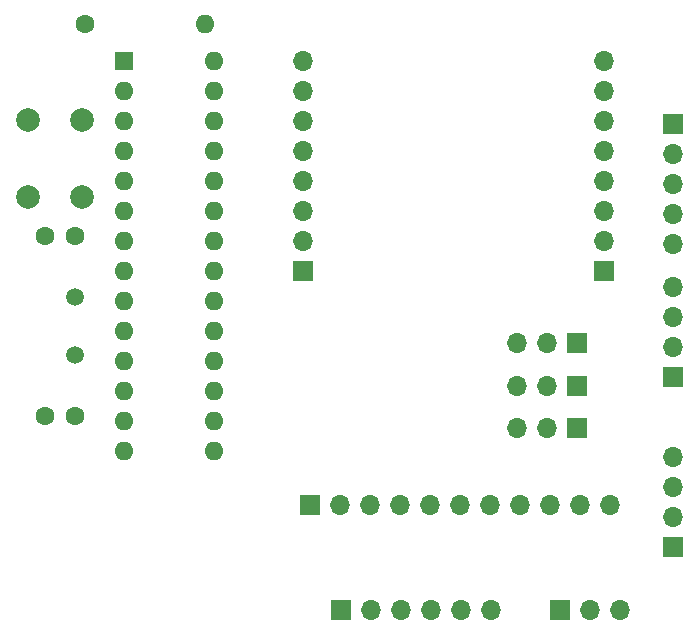
<source format=gbr>
%TF.GenerationSoftware,KiCad,Pcbnew,(7.0.0)*%
%TF.CreationDate,2023-07-05T19:52:24+02:00*%
%TF.ProjectId,atmega328p-gate_controller,61746d65-6761-4333-9238-702d67617465,rev?*%
%TF.SameCoordinates,Original*%
%TF.FileFunction,Soldermask,Bot*%
%TF.FilePolarity,Negative*%
%FSLAX46Y46*%
G04 Gerber Fmt 4.6, Leading zero omitted, Abs format (unit mm)*
G04 Created by KiCad (PCBNEW (7.0.0)) date 2023-07-05 19:52:24*
%MOMM*%
%LPD*%
G01*
G04 APERTURE LIST*
%ADD10C,1.600000*%
%ADD11R,1.700000X1.700000*%
%ADD12O,1.700000X1.700000*%
%ADD13C,1.500000*%
%ADD14R,1.600000X1.600000*%
%ADD15O,1.600000X1.600000*%
%ADD16C,2.000000*%
G04 APERTURE END LIST*
D10*
%TO.C,C1*%
X57975000Y-68950000D03*
X55475000Y-68950000D03*
%TD*%
D11*
%TO.C,UART*%
X108624999Y-95264999D03*
D12*
X108624999Y-92724999D03*
X108624999Y-90184999D03*
X108624999Y-87644999D03*
%TD*%
D11*
%TO.C,SPI*%
X108624999Y-59489999D03*
D12*
X108624999Y-62029999D03*
X108624999Y-64569999D03*
X108624999Y-67109999D03*
X108624999Y-69649999D03*
%TD*%
D11*
%TO.C,3.3V*%
X100474999Y-78024999D03*
D12*
X97934999Y-78024999D03*
X95394999Y-78024999D03*
%TD*%
D11*
%TO.C,5V*%
X100474999Y-81624999D03*
D12*
X97934999Y-81624999D03*
X95394999Y-81624999D03*
%TD*%
D11*
%TO.C,GND*%
X100474999Y-85224999D03*
D12*
X97934999Y-85224999D03*
X95394999Y-85224999D03*
%TD*%
D11*
%TO.C,ISP*%
X80524999Y-100599999D03*
D12*
X83064999Y-100599999D03*
X85604999Y-100599999D03*
X88144999Y-100599999D03*
X90684999Y-100599999D03*
X93224999Y-100599999D03*
%TD*%
D11*
%TO.C,EXTRA*%
X77909999Y-91699999D03*
D12*
X80449999Y-91699999D03*
X82989999Y-91699999D03*
X85529999Y-91699999D03*
X88069999Y-91699999D03*
X90609999Y-91699999D03*
X93149999Y-91699999D03*
X95689999Y-91699999D03*
X98229999Y-91699999D03*
X100769999Y-91699999D03*
X103309999Y-91699999D03*
%TD*%
D13*
%TO.C,Y1*%
X57975000Y-74120000D03*
X57975000Y-79000000D03*
%TD*%
D14*
%TO.C,U1*%
X62179999Y-54134999D03*
D15*
X62179999Y-56674999D03*
X62179999Y-59214999D03*
X62179999Y-61754999D03*
X62179999Y-64294999D03*
X62179999Y-66834999D03*
X62179999Y-69374999D03*
X62179999Y-71914999D03*
X62179999Y-74454999D03*
X62179999Y-76994999D03*
X62179999Y-79534999D03*
X62179999Y-82074999D03*
X62179999Y-84614999D03*
X62179999Y-87154999D03*
X69799999Y-87154999D03*
X69799999Y-84614999D03*
X69799999Y-82074999D03*
X69799999Y-79534999D03*
X69799999Y-76994999D03*
X69799999Y-74454999D03*
X69799999Y-71914999D03*
X69799999Y-69374999D03*
X69799999Y-66834999D03*
X69799999Y-64294999D03*
X69799999Y-61754999D03*
X69799999Y-59214999D03*
X69799999Y-56674999D03*
X69799999Y-54134999D03*
%TD*%
D11*
%TO.C,J4*%
X102824999Y-71874999D03*
D12*
X102824999Y-69334999D03*
X102824999Y-66794999D03*
X102824999Y-64254999D03*
X102824999Y-61714999D03*
X102824999Y-59174999D03*
X102824999Y-56634999D03*
X102824999Y-54094999D03*
%TD*%
D11*
%TO.C,I2C*%
X108624999Y-80844999D03*
D12*
X108624999Y-78304999D03*
X108624999Y-75764999D03*
X108624999Y-73224999D03*
%TD*%
D10*
%TO.C,R1*%
X58895000Y-51025000D03*
D15*
X69054999Y-51024999D03*
%TD*%
D11*
%TO.C,RELAY*%
X99049999Y-100599999D03*
D12*
X101589999Y-100599999D03*
X104129999Y-100599999D03*
%TD*%
D16*
%TO.C,RESET*%
X54075000Y-65650000D03*
X54075000Y-59150000D03*
X58575000Y-65650000D03*
X58575000Y-59150000D03*
%TD*%
D11*
%TO.C,J9*%
X77324999Y-71874999D03*
D12*
X77324999Y-69334999D03*
X77324999Y-66794999D03*
X77324999Y-64254999D03*
X77324999Y-61714999D03*
X77324999Y-59174999D03*
X77324999Y-56634999D03*
X77324999Y-54094999D03*
%TD*%
D10*
%TO.C,C2*%
X55475000Y-84200000D03*
X57975000Y-84200000D03*
%TD*%
M02*

</source>
